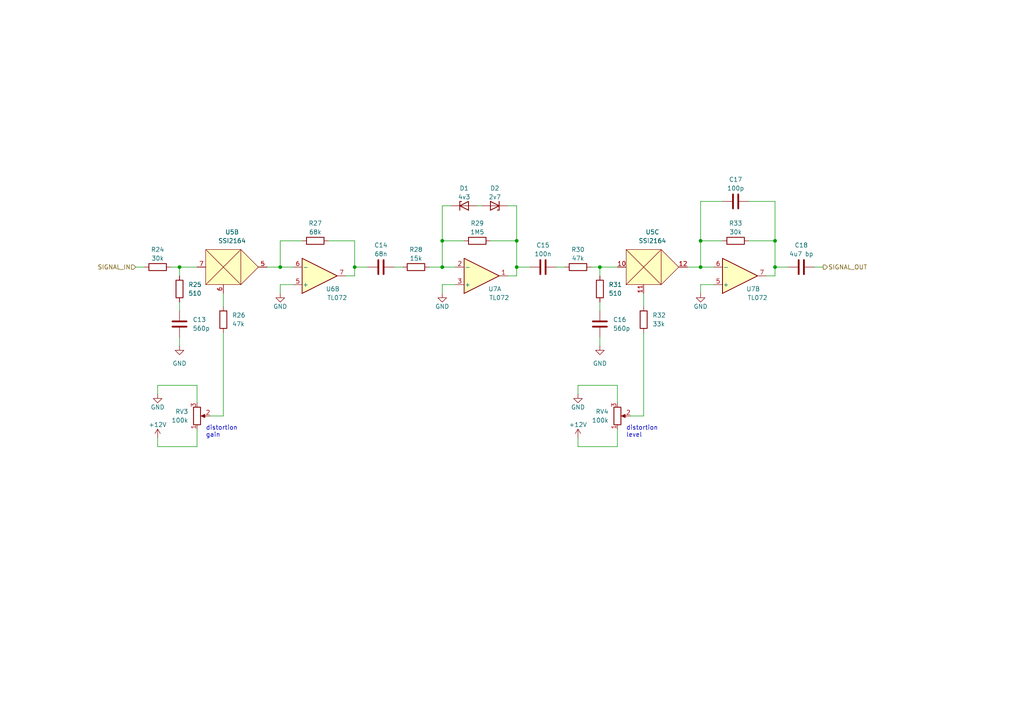
<source format=kicad_sch>
(kicad_sch (version 20211123) (generator eeschema)
  (paper "A4")
  (title_block (title "A.P. Joystick VCF pedal") (date "2022-08-01") (rev "0") (comment 2 "creativecommons.org/licenses/by/4.0") (comment 3 "License: CC by 4.0") (comment 4 "Author: Jordan Aceto"))
  (lib_symbols
    (symbol "Amplifier_Operational:TL072" (pin_names (offset 0.127))
      (property "Reference" "U" (at 0 5.08 0))
      (property "Value" "TL072" (at 0 -5.08 0))
      (symbol "TL072_1_1"
        (polyline (pts (xy -5.08 5.08) (xy 5.08 0) (xy -5.08 -5.08) (xy -5.08 5.08)) (stroke (width 0.254)) (fill (type background)))
        (pin output line (at 7.62 0 180) (length 2.54) (name "~") (number "1"))
        (pin input line (at -7.62 -2.54 0) (length 2.54) (name "-") (number "2"))
        (pin input line (at -7.62 2.54 0) (length 2.54) (name "+") (number "3"))
      )
      (symbol "TL072_2_1"
        (polyline (pts (xy -5.08 5.08) (xy 5.08 0) (xy -5.08 -5.08) (xy -5.08 5.08)) (stroke (width 0.254)) (fill (type background)))
        (pin input line (at -7.62 2.54 0) (length 2.54) (name "+") (number "5"))
        (pin input line (at -7.62 -2.54 0) (length 2.54) (name "-") (number "6"))
        (pin output line (at 7.62 0 180) (length 2.54) (name "~") (number "7"))
      )
      (symbol "TL072_3_1"
        (pin power_in line (at -2.54 -7.62 90) (length 3.81) (name "V-") (number "4"))
        (pin power_in line (at -2.54 7.62 270) (length 3.81) (name "V+") (number "8"))
      )
    )
    (symbol "Device:C" (pin_numbers hide) (pin_names (offset 0.254))
      (property "Reference" "C" (at 0.635 2.54 0))
      (property "Value" "C" (at 0.635 -2.54 0))
      (symbol "C_0_1"
        (polyline (pts (xy -2.032 -0.762) (xy 2.032 -0.762)) (stroke (width 0.508)))
        (polyline (pts (xy -2.032 0.762) (xy 2.032 0.762)) (stroke (width 0.508)))
      )
      (symbol "C_1_1"
        (pin passive line (at 0 3.81 270) (length 2.794) (name "~") (number "1"))
        (pin passive line (at 0 -3.81 90) (length 2.794) (name "~") (number "2"))
      )
    )
    (symbol "Device:D_Zener" (pin_numbers hide) (pin_names (offset 1.016) hide)
      (property "Reference" "D" (at 0 2.54 0))
      (property "Value" "D_Zener" (at 0 -2.54 0))
      (symbol "D_Zener_0_1"
        (polyline (pts (xy 1.27 0) (xy -1.27 0)))
        (polyline (pts (xy -1.27 -1.27) (xy -1.27 1.27) (xy -0.762 1.27)) (stroke (width 0.254)))
        (polyline (pts (xy 1.27 -1.27) (xy 1.27 1.27) (xy -1.27 0) (xy 1.27 -1.27)) (stroke (width 0.254)))
      )
      (symbol "D_Zener_1_1"
        (pin passive line (at -3.81 0 0) (length 2.54) (name "K") (number "1"))
        (pin passive line (at 3.81 0 180) (length 2.54) (name "A") (number "2"))
      )
    )
    (symbol "Device:R" (pin_numbers hide) (pin_names (offset 0))
      (property "Reference" "R" (at 2.032 0 90))
      (property "Value" "R" (at 0 0 90))
      (symbol "R_0_1"
        (rectangle (start -1.016 -2.54) (end 1.016 2.54) (stroke (width 0.254)))
      )
      (symbol "R_1_1"
        (pin passive line (at 0 3.81 270) (length 1.27) (name "~") (number "1"))
        (pin passive line (at 0 -3.81 90) (length 1.27) (name "~") (number "2"))
      )
    )
    (symbol "Device:R_Potentiometer" (pin_names (offset 1.016) hide)
      (property "Reference" "RV" (at -4.445 0 90))
      (property "Value" "R_Potentiometer" (at -2.54 0 90))
      (symbol "R_Potentiometer_0_1"
        (polyline (pts (xy 2.54 0) (xy 1.524 0)))
        (polyline (pts (xy 1.143 0) (xy 2.286 0.508) (xy 2.286 -0.508) (xy 1.143 0)) (fill (type outline)))
        (rectangle (start 1.016 2.54) (end -1.016 -2.54) (stroke (width 0.254)))
      )
      (symbol "R_Potentiometer_1_1"
        (pin passive line (at 0 3.81 270) (length 1.27) (name "1") (number "1"))
        (pin passive line (at 3.81 0 180) (length 1.27) (name "2") (number "2"))
        (pin passive line (at 0 -3.81 90) (length 1.27) (name "3") (number "3"))
      )
    )
    (symbol "custom_symbols:SSI2164" (pin_names (offset 1.016))
      (property "Reference" "U" (at 0 -12.7 0))
      (property "Value" "SSI2164" (at 0 7.62 0))
      (symbol "SSI2164_1_1"
        (rectangle (start -5.08 5.08) (end 5.08 -5.08) (fill (type background)))
        (polyline (pts (xy 5.08 5.08) (xy -5.08 -5.08)))
        (polyline (pts (xy 5.08 5.08) (xy 10.16 0) (xy 5.08 -5.08) (xy -5.08 5.08)) (fill (type background)))
        (pin input line (at -7.62 0 0) (length 2.54) (name "~") (number "2"))
        (pin input line (at 0 -7.62 90) (length 2.54) (name "~") (number "3"))
        (pin output line (at 12.7 0 180) (length 2.54) (name "~") (number "4"))
      )
      (symbol "SSI2164_2_1"
        (rectangle (start -5.08 5.08) (end 5.08 -5.08) (fill (type background)))
        (polyline (pts (xy 5.08 5.08) (xy -5.08 -5.08)))
        (polyline (pts (xy 5.08 5.08) (xy 10.16 0) (xy 5.08 -5.08) (xy -5.08 5.08)) (fill (type background)))
        (pin output line (at 12.7 0 180) (length 2.54) (name "~") (number "5"))
        (pin input line (at 0 -7.62 90) (length 2.54) (name "~") (number "6"))
        (pin input line (at -7.62 0 0) (length 2.54) (name "~") (number "7"))
      )
      (symbol "SSI2164_3_1"
        (rectangle (start -5.08 5.08) (end 5.08 -5.08) (fill (type background)))
        (polyline (pts (xy 5.08 5.08) (xy -5.08 -5.08)))
        (polyline (pts (xy 5.08 5.08) (xy 10.16 0) (xy 5.08 -5.08) (xy -5.08 5.08)) (fill (type background)))
        (pin input line (at -7.62 0 0) (length 2.54) (name "~") (number "10"))
        (pin input line (at 0 -7.62 90) (length 2.54) (name "~") (number "11"))
        (pin output line (at 12.7 0 180) (length 2.54) (name "~") (number "12"))
      )
      (symbol "SSI2164_4_1"
        (rectangle (start -5.08 5.08) (end 5.08 -5.08) (fill (type background)))
        (polyline (pts (xy 5.08 5.08) (xy -5.08 -5.08)))
        (polyline (pts (xy 5.08 5.08) (xy 10.16 0) (xy 5.08 -5.08) (xy -5.08 5.08)) (fill (type background)))
        (pin output line (at 12.7 0 180) (length 2.54) (name "~") (number "13"))
        (pin input line (at 0 -7.62 90) (length 2.54) (name "~") (number "14"))
        (pin input line (at -7.62 0 0) (length 2.54) (name "~") (number "15"))
      )
      (symbol "SSI2164_5_1"
        (pin input line (at 2.54 -10.16 180) (length 2.54) (name "mode") (number "1"))
        (pin power_in line (at 2.54 5.08 180) (length 2.54) (name "V+") (number "16"))
        (pin power_in line (at 2.54 0 180) (length 2.54) (name "gnd") (number "8"))
        (pin power_in line (at 2.54 -5.08 180) (length 2.54) (name "V-") (number "9"))
      )
    )
    (symbol "power:+12V" (power) (pin_names (offset 0))
      (property "Value" "+12V" (at 0 3.556 0))
      (symbol "+12V_0_1"
        (polyline (pts (xy -0.762 1.27) (xy 0 2.54)))
        (polyline (pts (xy 0 0) (xy 0 2.54)))
        (polyline (pts (xy 0 2.54) (xy 0.762 1.27)))
      )
      (symbol "+12V_1_1"
        (pin power_in line (at 0 0 90) (length 0) hide (name "+12V") (number "1"))
      )
    )
    (symbol "power:GND" (power) (pin_names (offset 0))
      (property "Value" "GND" (at 0 -3.81 0))
      (symbol "GND_0_1"
        (polyline (pts (xy 0 0) (xy 0 -1.27) (xy 1.27 -1.27) (xy 0 -2.54) (xy -1.27 -1.27) (xy 0 -1.27)))
      )
      (symbol "GND_1_1"
        (pin power_in line (at 0 0 270) (length 0) hide (name "GND") (number "1"))
      )
    )
  )
  (junction (at 52.07 77.47))
  (junction (at 203.2 77.47))
  (junction (at 203.2 69.85))
  (junction (at 224.79 69.85))
  (junction (at 149.86 77.47))
  (junction (at 224.79 77.47))
  (junction (at 173.99 77.47))
  (junction (at 149.86 69.85))
  (junction (at 81.28 77.47))
  (junction (at 128.27 69.85))
  (junction (at 128.27 77.47))
  (junction (at 102.87 77.47))
  (wire (pts (xy 52.07 97.79) (xy 52.07 100.33)))
  (wire (pts (xy 64.77 120.65) (xy 60.96 120.65)))
  (wire (pts (xy 203.2 69.85) (xy 203.2 77.47)))
  (wire (pts (xy 224.79 77.47) (xy 228.6 77.47)))
  (wire (pts (xy 149.86 77.47) (xy 149.86 69.85)))
  (wire (pts (xy 217.17 69.85) (xy 224.79 69.85)))
  (wire (pts (xy 186.69 85.09) (xy 186.69 88.9)))
  (wire (pts (xy 45.72 127) (xy 45.72 129.54)))
  (wire (pts (xy 138.43 59.69) (xy 139.7 59.69)))
  (wire (pts (xy 167.64 114.3) (xy 167.64 111.76)))
  (wire (pts (xy 52.07 80.01) (xy 52.07 77.47)))
  (wire (pts (xy 52.07 77.47) (xy 57.15 77.47)))
  (wire (pts (xy 167.64 129.54) (xy 179.07 129.54)))
  (wire (pts (xy 52.07 87.63) (xy 52.07 90.17)))
  (wire (pts (xy 128.27 59.69) (xy 130.81 59.69)))
  (wire (pts (xy 171.45 77.47) (xy 173.99 77.47)))
  (wire (pts (xy 173.99 87.63) (xy 173.99 90.17)))
  (wire (pts (xy 128.27 82.55) (xy 132.08 82.55)))
  (wire (pts (xy 147.32 80.01) (xy 149.86 80.01)))
  (wire (pts (xy 217.17 58.42) (xy 224.79 58.42)))
  (wire (pts (xy 167.64 127) (xy 167.64 129.54)))
  (wire (pts (xy 224.79 58.42) (xy 224.79 69.85)))
  (wire (pts (xy 236.22 77.47) (xy 238.76 77.47)))
  (wire (pts (xy 203.2 85.09) (xy 203.2 82.55)))
  (wire (pts (xy 57.15 129.54) (xy 57.15 124.46)))
  (wire (pts (xy 81.28 82.55) (xy 85.09 82.55)))
  (wire (pts (xy 81.28 77.47) (xy 85.09 77.47)))
  (wire (pts (xy 173.99 80.01) (xy 173.99 77.47)))
  (wire (pts (xy 124.46 77.47) (xy 128.27 77.47)))
  (wire (pts (xy 149.86 69.85) (xy 149.86 59.69)))
  (wire (pts (xy 49.53 77.47) (xy 52.07 77.47)))
  (wire (pts (xy 179.07 129.54) (xy 179.07 124.46)))
  (wire (pts (xy 203.2 58.42) (xy 203.2 69.85)))
  (wire (pts (xy 39.37 77.47) (xy 41.91 77.47)))
  (wire (pts (xy 186.69 96.52) (xy 186.69 120.65)))
  (wire (pts (xy 179.07 111.76) (xy 179.07 116.84)))
  (wire (pts (xy 45.72 111.76) (xy 57.15 111.76)))
  (wire (pts (xy 128.27 59.69) (xy 128.27 69.85)))
  (wire (pts (xy 167.64 111.76) (xy 179.07 111.76)))
  (wire (pts (xy 102.87 77.47) (xy 106.68 77.47)))
  (wire (pts (xy 149.86 59.69) (xy 147.32 59.69)))
  (wire (pts (xy 45.72 114.3) (xy 45.72 111.76)))
  (wire (pts (xy 222.25 80.01) (xy 224.79 80.01)))
  (wire (pts (xy 45.72 129.54) (xy 57.15 129.54)))
  (wire (pts (xy 224.79 77.47) (xy 224.79 69.85)))
  (wire (pts (xy 64.77 85.09) (xy 64.77 88.9)))
  (wire (pts (xy 128.27 69.85) (xy 134.62 69.85)))
  (wire (pts (xy 224.79 80.01) (xy 224.79 77.47)))
  (wire (pts (xy 100.33 80.01) (xy 102.87 80.01)))
  (wire (pts (xy 128.27 85.09) (xy 128.27 82.55)))
  (wire (pts (xy 95.25 69.85) (xy 102.87 69.85)))
  (wire (pts (xy 203.2 82.55) (xy 207.01 82.55)))
  (wire (pts (xy 149.86 77.47) (xy 153.67 77.47)))
  (wire (pts (xy 128.27 77.47) (xy 132.08 77.47)))
  (wire (pts (xy 161.29 77.47) (xy 163.83 77.47)))
  (wire (pts (xy 81.28 69.85) (xy 87.63 69.85)))
  (wire (pts (xy 173.99 97.79) (xy 173.99 100.33)))
  (wire (pts (xy 142.24 69.85) (xy 149.86 69.85)))
  (wire (pts (xy 173.99 77.47) (xy 179.07 77.47)))
  (wire (pts (xy 102.87 80.01) (xy 102.87 77.47)))
  (wire (pts (xy 128.27 69.85) (xy 128.27 77.47)))
  (wire (pts (xy 102.87 77.47) (xy 102.87 69.85)))
  (wire (pts (xy 203.2 69.85) (xy 209.55 69.85)))
  (wire (pts (xy 203.2 77.47) (xy 207.01 77.47)))
  (wire (pts (xy 64.77 96.52) (xy 64.77 120.65)))
  (wire (pts (xy 209.55 58.42) (xy 203.2 58.42)))
  (wire (pts (xy 81.28 69.85) (xy 81.28 77.47)))
  (wire (pts (xy 199.39 77.47) (xy 203.2 77.47)))
  (wire (pts (xy 114.3 77.47) (xy 116.84 77.47)))
  (wire (pts (xy 149.86 80.01) (xy 149.86 77.47)))
  (wire (pts (xy 57.15 111.76) (xy 57.15 116.84)))
  (wire (pts (xy 77.47 77.47) (xy 81.28 77.47)))
  (wire (pts (xy 81.28 85.09) (xy 81.28 82.55)))
  (wire (pts (xy 186.69 120.65) (xy 182.88 120.65)))
  (text "distortion\nlevel" (at 181.61 127 0) (effects (font (size 1.27 1.27)) (justify left bottom)))
  (text "distortion\ngain" (at 59.69 127 0) (effects (font (size 1.27 1.27)) (justify left bottom)))
  (hierarchical_label "SIGNAL_OUT" (shape output) (at 238.76 77.47 0))
  (hierarchical_label "SIGNAL_IN" (shape input) (at 39.37 77.47 180))
  (symbol (lib_id "power:GND") (at 45.72 114.3 0) (unit 1)
    (property "Reference" "#PWR019" (effects hide))
    (property "Value" "GND" (at 45.72 118.11 0))
  )
  (symbol (lib_id "Device:D_Zener") (at 134.62 59.69 0) (unit 1)
    (property "Reference" "D1" (at 134.62 54.61 0))
    (property "Value" "4v3" (at 134.62 57.15 0))
  )
  (symbol (lib_id "Device:R") (at 167.64 77.47 90) (unit 1)
    (property "Reference" "R30" (at 167.64 72.39 90))
    (property "Value" "47k" (at 167.64 74.93 90))
  )
  (symbol (lib_id "Device:R") (at 64.77 92.71 0) (unit 1)
    (property "Reference" "R26" (at 67.31 91.4399 0) (effects (justify left)))
    (property "Value" "47k" (at 67.31 93.9799 0) (effects (justify left)))
  )
  (symbol (lib_id "Device:D_Zener") (at 143.51 59.69 180) (unit 1)
    (property "Reference" "D2" (at 143.51 54.61 0))
    (property "Value" "2v7" (at 143.51 57.15 0))
  )
  (symbol (lib_id "Device:R") (at 186.69 92.71 0) (unit 1)
    (property "Reference" "R32" (at 189.23 91.4399 0) (effects (justify left)))
    (property "Value" "33k" (at 189.23 93.9799 0) (effects (justify left)))
  )
  (symbol (lib_id "Device:R") (at 91.44 69.85 90) (unit 1)
    (property "Reference" "R27" (at 91.44 64.77 90))
    (property "Value" "68k" (at 91.44 67.31 90))
  )
  (symbol (lib_id "Device:R") (at 138.43 69.85 90) (unit 1)
    (property "Reference" "R29" (at 138.43 64.77 90))
    (property "Value" "1M5" (at 138.43 67.31 90))
  )
  (symbol (lib_id "Device:R") (at 120.65 77.47 90) (unit 1)
    (property "Reference" "R28" (at 120.65 72.39 90))
    (property "Value" "15k" (at 120.65 74.93 90))
  )
  (symbol (lib_id "power:+12V") (at 167.64 127 0) (unit 1)
    (property "Reference" "#PWR025" (effects hide))
    (property "Value" "+12V" (at 167.64 123.19 0))
  )
  (symbol (lib_id "power:GND") (at 203.2 85.09 0) (unit 1)
    (property "Reference" "#PWR027" (effects hide))
    (property "Value" "GND" (at 203.2 88.9 0))
  )
  (symbol (lib_id "Amplifier_Operational:TL072") (at 214.63 80.01 0) (mirror x) (unit 2)
    (property "Reference" "U7" (at 218.44 83.82 0))
    (property "Value" "TL072" (at 219.71 86.36 0))
    (property "Datasheet" "http://www.ti.com/lit/ds/symlink/tl071.pdf" (effects hide))
  )
  (symbol (lib_id "Device:C") (at 173.99 93.98 0) (unit 1)
    (property "Reference" "C16" (at 177.8 92.7099 0) (effects (justify left)))
    (property "Value" "560p" (at 177.8 95.2499 0) (effects (justify left)))
  )
  (symbol (lib_id "power:GND") (at 173.99 100.33 0) (unit 1)
    (property "Reference" "#PWR026" (effects hide))
    (property "Value" "GND" (at 173.99 105.41 0))
  )
  (symbol (lib_id "Amplifier_Operational:TL072") (at 139.7 80.01 0) (mirror x) (unit 1)
    (property "Reference" "U7" (at 143.51 83.82 0))
    (property "Value" "TL072" (at 144.78 86.36 0))
    (property "Datasheet" "http://www.ti.com/lit/ds/symlink/tl071.pdf" (effects hide))
  )
  (symbol (lib_id "Device:C") (at 52.07 93.98 0) (unit 1)
    (property "Reference" "C13" (at 55.88 92.7099 0) (effects (justify left)))
    (property "Value" "560p" (at 55.88 95.2499 0) (effects (justify left)))
  )
  (symbol (lib_id "Device:R_Potentiometer") (at 57.15 120.65 0) (mirror x) (unit 1)
    (property "Reference" "RV3" (at 54.61 119.3799 0) (effects (justify right)))
    (property "Value" "100k" (at 54.61 121.9199 0) (effects (justify right)))
  )
  (symbol (lib_id "Device:C") (at 110.49 77.47 90) (unit 1)
    (property "Reference" "C14" (at 110.49 71.12 90))
    (property "Value" "68n" (at 110.49 73.66 90))
  )
  (symbol (lib_id "Device:C") (at 157.48 77.47 90) (unit 1)
    (property "Reference" "C15" (at 157.48 71.12 90))
    (property "Value" "100n" (at 157.48 73.66 90))
  )
  (symbol (lib_id "Device:R") (at 213.36 69.85 90) (unit 1)
    (property "Reference" "R33" (at 213.36 64.77 90))
    (property "Value" "30k" (at 213.36 67.31 90))
  )
  (symbol (lib_id "Device:R") (at 173.99 83.82 0) (unit 1)
    (property "Reference" "R31" (at 176.53 82.5499 0) (effects (justify left)))
    (property "Value" "510" (at 176.53 85.0899 0) (effects (justify left)))
  )
  (symbol (lib_id "custom_symbols:SSI2164") (at 64.77 77.47 0) (unit 2)
    (property "Reference" "U5" (at 67.31 67.31 0))
    (property "Value" "SSI2164" (at 67.31 69.85 0))
    (property "Footprint" "Package_SO:SOIC-16_3.9x9.9mm_P1.27mm" (effects hide))
    (property "Datasheet" "https://www.soundsemiconductor.com/downloads/ssi2164datasheet.pdf" (effects hide))
  )
  (symbol (lib_id "Device:R") (at 45.72 77.47 90) (unit 1)
    (property "Reference" "R24" (at 45.72 72.39 90))
    (property "Value" "30k" (at 45.72 74.93 90))
  )
  (symbol (lib_id "power:+12V") (at 45.72 127 0) (unit 1)
    (property "Reference" "#PWR020" (effects hide))
    (property "Value" "+12V" (at 45.72 123.19 0))
  )
  (symbol (lib_id "Device:R") (at 52.07 83.82 0) (unit 1)
    (property "Reference" "R25" (at 54.61 82.5499 0) (effects (justify left)))
    (property "Value" "510" (at 54.61 85.0899 0) (effects (justify left)))
  )
  (symbol (lib_id "Device:R_Potentiometer") (at 179.07 120.65 0) (mirror x) (unit 1)
    (property "Reference" "RV4" (at 176.53 119.3799 0) (effects (justify right)))
    (property "Value" "100k" (at 176.53 121.9199 0) (effects (justify right)))
  )
  (symbol (lib_id "Device:C") (at 213.36 58.42 90) (unit 1)
    (property "Reference" "C17" (at 213.36 52.07 90))
    (property "Value" "100p" (at 213.36 54.61 90))
  )
  (symbol (lib_id "power:GND") (at 52.07 100.33 0) (unit 1)
    (property "Reference" "#PWR021" (effects hide))
    (property "Value" "GND" (at 52.07 105.41 0))
  )
  (symbol (lib_id "power:GND") (at 128.27 85.09 0) (unit 1)
    (property "Reference" "#PWR023" (effects hide))
    (property "Value" "GND" (at 128.27 88.9 0))
  )
  (symbol (lib_id "custom_symbols:SSI2164") (at 186.69 77.47 0) (unit 3)
    (property "Reference" "U5" (at 189.23 67.31 0))
    (property "Value" "SSI2164" (at 189.23 69.85 0))
    (property "Footprint" "Package_SO:SOIC-16_3.9x9.9mm_P1.27mm" (effects hide))
    (property "Datasheet" "https://www.soundsemiconductor.com/downloads/ssi2164datasheet.pdf" (effects hide))
  )
  (symbol (lib_id "power:GND") (at 167.64 114.3 0) (unit 1)
    (property "Reference" "#PWR024" (effects hide))
    (property "Value" "GND" (at 167.64 118.11 0))
  )
  (symbol (lib_id "Amplifier_Operational:TL072") (at 92.71 80.01 0) (mirror x) (unit 2)
    (property "Reference" "U6" (at 96.52 83.82 0))
    (property "Value" "TL072" (at 97.79 86.36 0))
    (property "Datasheet" "http://www.ti.com/lit/ds/symlink/tl071.pdf" (effects hide))
  )
  (symbol (lib_id "power:GND") (at 81.28 85.09 0) (unit 1)
    (property "Reference" "#PWR022" (effects hide))
    (property "Value" "GND" (at 81.28 88.9 0))
  )
  (symbol (lib_id "Device:C") (at 232.41 77.47 90) (unit 1)
    (property "Reference" "C18" (at 232.41 71.12 90))
    (property "Value" "4u7 bp" (at 232.41 73.66 90))
  )
)
</source>
